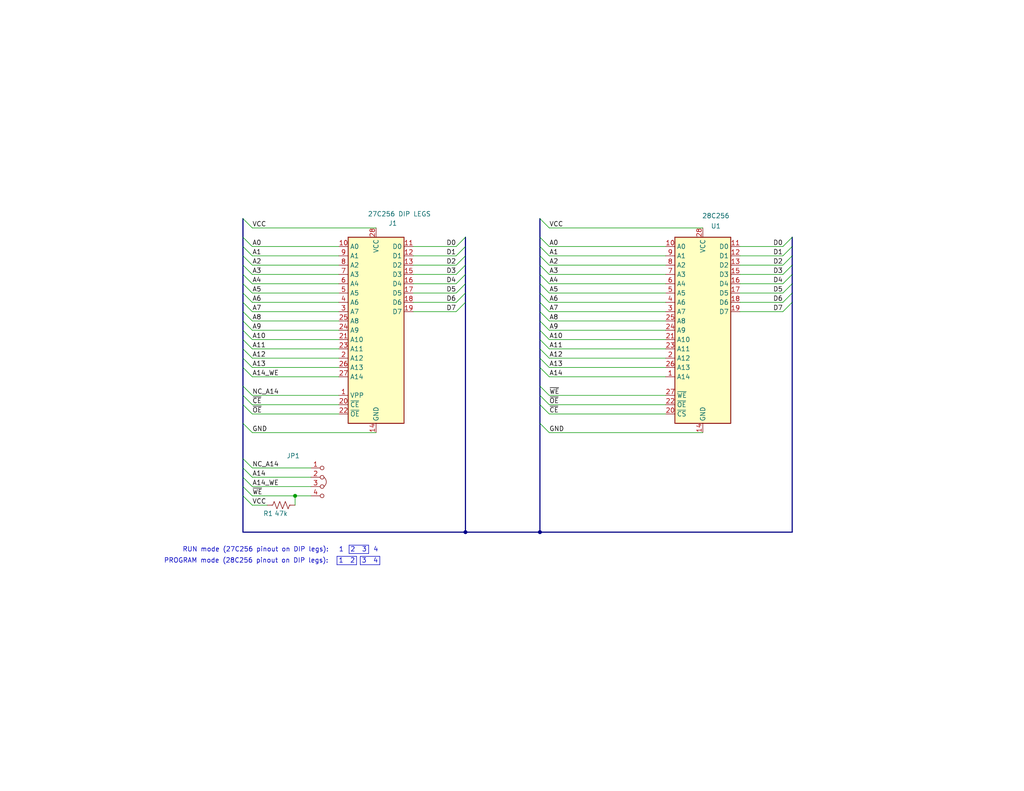
<source format=kicad_sch>
(kicad_sch (version 20211123) (generator eeschema)
  (paper "USLetter")
  (title_block (title "28C256 SOIC to 27C256 DIP") (date "2021-05-18") (rev "002") (company "Brian. K. White - b.kenyon.w@gmail.com"))
  (lib_symbols
    (symbol "000_LOCAL:27C256"
      (property "Reference" "U" (at -7.62 26.67 0))
      (property "Value" "27C256" (at 2.54 -26.67 0))
      (symbol "27C256_1_1"
        (rectangle (start -7.62 25.4) (end 7.62 -25.4) (stroke (width 0.254)) (fill (type background)))
        (pin power_in line (at -10.16 -17.78 0) (length 2.54) (name "VPP") (number "1"))
        (pin input line (at -10.16 22.86 0) (length 2.54) (name "A0") (number "10"))
        (pin tri_state line (at 10.16 22.86 180) (length 2.54) (name "D0") (number "11"))
        (pin tri_state line (at 10.16 20.32 180) (length 2.54) (name "D1") (number "12"))
        (pin tri_state line (at 10.16 17.78 180) (length 2.54) (name "D2") (number "13"))
        (pin power_in line (at 0 -27.94 90) (length 2.54) (name "GND") (number "14"))
        (pin tri_state line (at 10.16 15.24 180) (length 2.54) (name "D3") (number "15"))
        (pin tri_state line (at 10.16 12.7 180) (length 2.54) (name "D4") (number "16"))
        (pin tri_state line (at 10.16 10.16 180) (length 2.54) (name "D5") (number "17"))
        (pin tri_state line (at 10.16 7.62 180) (length 2.54) (name "D6") (number "18"))
        (pin tri_state line (at 10.16 5.08 180) (length 2.54) (name "D7") (number "19"))
        (pin input line (at -10.16 -7.62 0) (length 2.54) (name "A12") (number "2"))
        (pin input line (at -10.16 -20.32 0) (length 2.54) (name "~{CE}") (number "20"))
        (pin input line (at -10.16 -2.54 0) (length 2.54) (name "A10") (number "21"))
        (pin input line (at -10.16 -22.86 0) (length 2.54) (name "~{OE}") (number "22"))
        (pin input line (at -10.16 -5.08 0) (length 2.54) (name "A11") (number "23"))
        (pin input line (at -10.16 0 0) (length 2.54) (name "A9") (number "24"))
        (pin input line (at -10.16 2.54 0) (length 2.54) (name "A8") (number "25"))
        (pin input line (at -10.16 -10.16 0) (length 2.54) (name "A13") (number "26"))
        (pin input line (at -10.16 -12.7 0) (length 2.54) (name "A14") (number "27"))
        (pin power_in line (at 0 27.94 270) (length 2.54) (name "VCC") (number "28"))
        (pin input line (at -10.16 5.08 0) (length 2.54) (name "A7") (number "3"))
        (pin input line (at -10.16 7.62 0) (length 2.54) (name "A6") (number "4"))
        (pin input line (at -10.16 10.16 0) (length 2.54) (name "A5") (number "5"))
        (pin input line (at -10.16 12.7 0) (length 2.54) (name "A4") (number "6"))
        (pin input line (at -10.16 15.24 0) (length 2.54) (name "A3") (number "7"))
        (pin input line (at -10.16 17.78 0) (length 2.54) (name "A2") (number "8"))
        (pin input line (at -10.16 20.32 0) (length 2.54) (name "A1") (number "9"))
      )
    )
    (symbol "000_LOCAL:28C256"
      (property "Reference" "U" (at -7.62 26.67 0))
      (property "Value" "28C256" (at 2.54 -26.67 0))
      (symbol "28C256_1_1"
        (rectangle (start -7.62 25.4) (end 7.62 -25.4) (stroke (width 0.254)) (fill (type background)))
        (pin input line (at -10.16 -12.7 0) (length 2.54) (name "A14") (number "1"))
        (pin input line (at -10.16 22.86 0) (length 2.54) (name "A0") (number "10"))
        (pin tri_state line (at 10.16 22.86 180) (length 2.54) (name "D0") (number "11"))
        (pin tri_state line (at 10.16 20.32 180) (length 2.54) (name "D1") (number "12"))
        (pin tri_state line (at 10.16 17.78 180) (length 2.54) (name "D2") (number "13"))
        (pin power_in line (at 0 -27.94 90) (length 2.54) (name "GND") (number "14"))
        (pin tri_state line (at 10.16 15.24 180) (length 2.54) (name "D3") (number "15"))
        (pin tri_state line (at 10.16 12.7 180) (length 2.54) (name "D4") (number "16"))
        (pin tri_state line (at 10.16 10.16 180) (length 2.54) (name "D5") (number "17"))
        (pin tri_state line (at 10.16 7.62 180) (length 2.54) (name "D6") (number "18"))
        (pin tri_state line (at 10.16 5.08 180) (length 2.54) (name "D7") (number "19"))
        (pin input line (at -10.16 -7.62 0) (length 2.54) (name "A12") (number "2"))
        (pin input line (at -10.16 -22.86 0) (length 2.54) (name "~{CS}") (number "20"))
        (pin input line (at -10.16 -2.54 0) (length 2.54) (name "A10") (number "21"))
        (pin input line (at -10.16 -20.32 0) (length 2.54) (name "~{OE}") (number "22"))
        (pin input line (at -10.16 -5.08 0) (length 2.54) (name "A11") (number "23"))
        (pin input line (at -10.16 0 0) (length 2.54) (name "A9") (number "24"))
        (pin input line (at -10.16 2.54 0) (length 2.54) (name "A8") (number "25"))
        (pin input line (at -10.16 -10.16 0) (length 2.54) (name "A13") (number "26"))
        (pin input line (at -10.16 -17.78 0) (length 2.54) (name "~{WE}") (number "27"))
        (pin power_in line (at 0 27.94 270) (length 2.54) (name "VCC") (number "28"))
        (pin input line (at -10.16 5.08 0) (length 2.54) (name "A7") (number "3"))
        (pin input line (at -10.16 7.62 0) (length 2.54) (name "A6") (number "4"))
        (pin input line (at -10.16 10.16 0) (length 2.54) (name "A5") (number "5"))
        (pin input line (at -10.16 12.7 0) (length 2.54) (name "A4") (number "6"))
        (pin input line (at -10.16 15.24 0) (length 2.54) (name "A3") (number "7"))
        (pin input line (at -10.16 17.78 0) (length 2.54) (name "A2") (number "8"))
        (pin input line (at -10.16 20.32 0) (length 2.54) (name "A1") (number "9"))
      )
    )
    (symbol "000_LOCAL:Jumper_4_Bridged23" (pin_names (offset 0) hide)
      (property "Reference" "JP" (at 2.54 -3.81 0))
      (property "Value" "Jumper_4_Bridged23" (at 0 2.794 0))
      (symbol "Jumper_4_Bridged23_0_0"
        (circle (center -3.302 -7.62) (radius 0.508))
        (circle (center -3.302 -5.08) (radius 0.508))
        (circle (center -3.302 -2.54) (radius 0.508))
        (circle (center -3.302 0) (radius 0.508))
      )
      (symbol "Jumper_4_Bridged23_0_1"
        (arc (start -2.794 -5.08) (mid -2.1539 -3.81) (end -2.794 -2.54))
      )
      (symbol "Jumper_4_Bridged23_1_1"
        (pin passive line (at -6.35 0 0) (length 2.54) (name "A") (number "1"))
        (pin passive line (at -6.35 -2.54 0) (length 2.54) (name "B") (number "2"))
        (pin passive line (at -6.35 -5.08 0) (length 2.54) (name "C") (number "3"))
        (pin passive line (at -6.35 -7.62 0) (length 2.54) (name "D") (number "4"))
      )
    )
    (symbol "000_LOCAL:R_US" (pin_numbers hide) (pin_names (offset 0))
      (property "Reference" "R" (at 2.54 0 90))
      (property "Value" "R_US" (at -2.54 0 90))
      (symbol "R_US_0_1"
        (polyline (pts (xy 0 -2.286) (xy 0 -2.54)))
        (polyline (pts (xy 0 2.286) (xy 0 2.54)))
        (polyline (pts (xy 0 -0.762) (xy 1.016 -1.143) (xy 0 -1.524) (xy -1.016 -1.905) (xy 0 -2.286)))
        (polyline (pts (xy 0 0.762) (xy 1.016 0.381) (xy 0 0) (xy -1.016 -0.381) (xy 0 -0.762)))
        (polyline (pts (xy 0 2.286) (xy 1.016 1.905) (xy 0 1.524) (xy -1.016 1.143) (xy 0 0.762)))
      )
      (symbol "R_US_1_1"
        (pin passive line (at 0 3.81 270) (length 1.27) (name "~") (number "1"))
        (pin passive line (at 0 -3.81 90) (length 1.27) (name "~") (number "2"))
      )
    )
  )
  (junction (at 147.32 145.288))
  (junction (at 127 145.288))
  (junction (at 80.518 135.382))
  (bus_entry (at 213.614 67.31) (size 2.54 -2.54))
  (bus_entry (at 66.294 80.01) (size 2.54 2.54))
  (bus_entry (at 66.294 95.25) (size 2.54 2.54))
  (bus_entry (at 147.32 74.93) (size 2.54 2.54))
  (bus_entry (at 147.32 100.33) (size 2.54 2.54))
  (bus_entry (at 124.46 74.93) (size 2.54 -2.54))
  (bus_entry (at 66.294 110.49) (size 2.54 2.54))
  (bus_entry (at 66.294 105.41) (size 2.54 2.54))
  (bus_entry (at 147.32 85.09) (size 2.54 2.54))
  (bus_entry (at 66.294 97.79) (size 2.54 2.54))
  (bus_entry (at 147.32 92.71) (size 2.54 2.54))
  (bus_entry (at 66.294 77.47) (size 2.54 2.54))
  (bus_entry (at 147.32 64.77) (size 2.54 2.54))
  (bus_entry (at 66.294 72.39) (size 2.54 2.54))
  (bus_entry (at 147.32 69.85) (size 2.54 2.54))
  (bus_entry (at 213.614 77.47) (size 2.54 -2.54))
  (bus_entry (at 147.32 87.63) (size 2.54 2.54))
  (bus_entry (at 147.32 110.49) (size 2.54 2.54))
  (bus_entry (at 147.32 97.79) (size 2.54 2.54))
  (bus_entry (at 213.614 80.01) (size 2.54 -2.54))
  (bus_entry (at 147.32 107.95) (size 2.54 2.54))
  (bus_entry (at 147.32 72.39) (size 2.54 2.54))
  (bus_entry (at 66.294 125.222) (size 2.54 2.54))
  (bus_entry (at 66.294 135.382) (size 2.54 2.54))
  (bus_entry (at 147.32 115.57) (size 2.54 2.54))
  (bus_entry (at 147.32 90.17) (size 2.54 2.54))
  (bus_entry (at 66.294 87.63) (size 2.54 2.54))
  (bus_entry (at 147.32 82.55) (size 2.54 2.54))
  (bus_entry (at 66.294 90.17) (size 2.54 2.54))
  (bus_entry (at 124.46 77.47) (size 2.54 -2.54))
  (bus_entry (at 147.32 67.31) (size 2.54 2.54))
  (bus_entry (at 147.32 77.47) (size 2.54 2.54))
  (bus_entry (at 66.294 132.842) (size 2.54 2.54))
  (bus_entry (at 213.614 85.09) (size 2.54 -2.54))
  (bus_entry (at 66.294 85.09) (size 2.54 2.54))
  (bus_entry (at 66.294 67.31) (size 2.54 2.54))
  (bus_entry (at 66.294 115.57) (size 2.54 2.54))
  (bus_entry (at 66.294 92.71) (size 2.54 2.54))
  (bus_entry (at 66.294 59.69) (size 2.54 2.54))
  (bus_entry (at 66.294 130.302) (size 2.54 2.54))
  (bus_entry (at 66.294 100.33) (size 2.54 2.54))
  (bus_entry (at 147.32 105.41) (size 2.54 2.54))
  (bus_entry (at 66.294 64.77) (size 2.54 2.54))
  (bus_entry (at 124.46 80.01) (size 2.54 -2.54))
  (bus_entry (at 66.294 74.93) (size 2.54 2.54))
  (bus_entry (at 213.614 72.39) (size 2.54 -2.54))
  (bus_entry (at 66.294 82.55) (size 2.54 2.54))
  (bus_entry (at 213.614 69.85) (size 2.54 -2.54))
  (bus_entry (at 124.46 67.31) (size 2.54 -2.54))
  (bus_entry (at 66.294 127.762) (size 2.54 2.54))
  (bus_entry (at 147.32 59.69) (size 2.54 2.54))
  (bus_entry (at 147.32 95.25) (size 2.54 2.54))
  (bus_entry (at 124.46 69.85) (size 2.54 -2.54))
  (bus_entry (at 66.294 107.95) (size 2.54 2.54))
  (bus_entry (at 124.46 82.55) (size 2.54 -2.54))
  (bus_entry (at 147.32 80.01) (size 2.54 2.54))
  (bus_entry (at 124.46 72.39) (size 2.54 -2.54))
  (bus_entry (at 66.294 69.85) (size 2.54 2.54))
  (bus_entry (at 213.614 74.93) (size 2.54 -2.54))
  (bus_entry (at 124.46 85.09) (size 2.54 -2.54))
  (bus_entry (at 213.614 82.55) (size 2.54 -2.54))
  (wire (pts (xy 201.93 72.39) (xy 213.614 72.39)))
  (bus (pts (xy 216.154 77.47) (xy 216.154 80.01)))
  (polyline (pts (xy 103.632 154.178) (xy 103.632 151.892)) (stroke (width 0) (type solid)))
  (bus (pts (xy 66.294 82.55) (xy 66.294 85.09)))
  (bus (pts (xy 127 82.55) (xy 127 145.288)))
  (wire (pts (xy 112.776 72.39) (xy 124.46 72.39)))
  (wire (pts (xy 149.86 97.79) (xy 181.61 97.79)))
  (wire (pts (xy 102.616 62.23) (xy 68.834 62.23)))
  (wire (pts (xy 112.776 67.31) (xy 124.46 67.31)))
  (bus (pts (xy 216.154 82.55) (xy 216.154 145.288)))
  (wire (pts (xy 201.93 80.01) (xy 213.614 80.01)))
  (wire (pts (xy 149.86 74.93) (xy 181.61 74.93)))
  (bus (pts (xy 147.32 90.17) (xy 147.32 92.71)))
  (bus (pts (xy 66.294 97.79) (xy 66.294 100.33)))
  (wire (pts (xy 92.456 102.87) (xy 68.834 102.87)))
  (wire (pts (xy 149.86 113.03) (xy 181.61 113.03)))
  (bus (pts (xy 216.154 64.77) (xy 216.154 67.31)))
  (polyline (pts (xy 95.25 151.13) (xy 95.25 148.844)) (stroke (width 0) (type solid)))
  (bus (pts (xy 147.32 74.93) (xy 147.32 77.47)))
  (bus (pts (xy 66.294 135.382) (xy 66.294 145.288)))
  (wire (pts (xy 92.456 67.31) (xy 68.834 67.31)))
  (bus (pts (xy 66.294 132.842) (xy 66.294 135.382)))
  (bus (pts (xy 66.294 100.33) (xy 66.294 105.41)))
  (polyline (pts (xy 100.584 148.844) (xy 100.584 151.13)) (stroke (width 0) (type solid)))
  (wire (pts (xy 92.456 82.55) (xy 68.834 82.55)))
  (polyline (pts (xy 98.298 154.178) (xy 103.632 154.178)) (stroke (width 0) (type solid)))
  (wire (pts (xy 112.776 82.55) (xy 124.46 82.55)))
  (bus (pts (xy 147.32 85.09) (xy 147.32 87.63)))
  (bus (pts (xy 147.32 80.01) (xy 147.32 82.55)))
  (wire (pts (xy 92.456 85.09) (xy 68.834 85.09)))
  (wire (pts (xy 92.456 87.63) (xy 68.834 87.63)))
  (bus (pts (xy 66.294 72.39) (xy 66.294 74.93)))
  (bus (pts (xy 147.32 67.31) (xy 147.32 69.85)))
  (wire (pts (xy 149.86 69.85) (xy 181.61 69.85)))
  (wire (pts (xy 201.93 85.09) (xy 213.614 85.09)))
  (wire (pts (xy 149.86 107.95) (xy 181.61 107.95)))
  (wire (pts (xy 149.86 82.55) (xy 181.61 82.55)))
  (wire (pts (xy 201.93 74.93) (xy 213.614 74.93)))
  (wire (pts (xy 68.834 127.762) (xy 84.836 127.762)))
  (wire (pts (xy 92.456 95.25) (xy 68.834 95.25)))
  (bus (pts (xy 147.32 145.288) (xy 127 145.288)))
  (bus (pts (xy 147.32 92.71) (xy 147.32 95.25)))
  (wire (pts (xy 112.776 74.93) (xy 124.46 74.93)))
  (wire (pts (xy 92.456 72.39) (xy 68.834 72.39)))
  (polyline (pts (xy 100.584 151.13) (xy 95.25 151.13)) (stroke (width 0) (type solid)))
  (bus (pts (xy 147.32 100.33) (xy 147.32 105.41)))
  (bus (pts (xy 66.294 69.85) (xy 66.294 72.39)))
  (wire (pts (xy 68.834 130.302) (xy 84.836 130.302)))
  (bus (pts (xy 66.294 80.01) (xy 66.294 82.55)))
  (wire (pts (xy 92.456 80.01) (xy 68.834 80.01)))
  (wire (pts (xy 92.456 97.79) (xy 68.834 97.79)))
  (bus (pts (xy 216.154 145.288) (xy 147.32 145.288)))
  (polyline (pts (xy 95.25 148.844) (xy 100.584 148.844)) (stroke (width 0) (type solid)))
  (bus (pts (xy 66.294 130.302) (xy 66.294 132.842)))
  (bus (pts (xy 147.32 110.49) (xy 147.32 115.57)))
  (bus (pts (xy 147.32 82.55) (xy 147.32 85.09)))
  (bus (pts (xy 66.294 127.762) (xy 66.294 130.302)))
  (bus (pts (xy 66.294 90.17) (xy 66.294 92.71)))
  (bus (pts (xy 66.294 115.57) (xy 66.294 125.222)))
  (bus (pts (xy 66.294 92.71) (xy 66.294 95.25)))
  (wire (pts (xy 92.456 113.03) (xy 68.834 113.03)))
  (bus (pts (xy 66.294 110.49) (xy 66.294 115.57)))
  (bus (pts (xy 147.32 97.79) (xy 147.32 100.33)))
  (wire (pts (xy 80.518 135.382) (xy 84.836 135.382)))
  (bus (pts (xy 147.32 77.47) (xy 147.32 80.01)))
  (wire (pts (xy 201.93 67.31) (xy 213.614 67.31)))
  (wire (pts (xy 149.86 85.09) (xy 181.61 85.09)))
  (bus (pts (xy 216.154 69.85) (xy 216.154 72.39)))
  (bus (pts (xy 216.154 67.31) (xy 216.154 69.85)))
  (bus (pts (xy 216.154 80.01) (xy 216.154 82.55)))
  (wire (pts (xy 149.86 110.49) (xy 181.61 110.49)))
  (bus (pts (xy 147.32 69.85) (xy 147.32 72.39)))
  (wire (pts (xy 201.93 82.55) (xy 213.614 82.55)))
  (polyline (pts (xy 97.282 154.178) (xy 97.282 151.892)) (stroke (width 0) (type solid)))
  (bus (pts (xy 66.294 105.41) (xy 66.294 107.95)))
  (wire (pts (xy 149.86 72.39) (xy 181.61 72.39)))
  (wire (pts (xy 68.834 137.922) (xy 72.898 137.922)))
  (wire (pts (xy 149.86 95.25) (xy 181.61 95.25)))
  (bus (pts (xy 147.32 115.57) (xy 147.32 145.288)))
  (polyline (pts (xy 91.948 151.892) (xy 91.948 154.178)) (stroke (width 0) (type solid)))
  (wire (pts (xy 92.456 90.17) (xy 68.834 90.17)))
  (wire (pts (xy 149.86 87.63) (xy 181.61 87.63)))
  (wire (pts (xy 80.518 135.382) (xy 80.518 137.922)))
  (bus (pts (xy 127 74.93) (xy 127 77.47)))
  (wire (pts (xy 102.616 118.11) (xy 68.834 118.11)))
  (bus (pts (xy 66.294 85.09) (xy 66.294 87.63)))
  (wire (pts (xy 201.93 69.85) (xy 213.614 69.85)))
  (wire (pts (xy 149.86 92.71) (xy 181.61 92.71)))
  (wire (pts (xy 191.77 62.23) (xy 149.86 62.23)))
  (polyline (pts (xy 97.282 151.892) (xy 91.948 151.892)) (stroke (width 0) (type solid)))
  (wire (pts (xy 92.456 100.33) (xy 68.834 100.33)))
  (wire (pts (xy 201.93 77.47) (xy 213.614 77.47)))
  (bus (pts (xy 147.32 87.63) (xy 147.32 90.17)))
  (wire (pts (xy 149.86 80.01) (xy 181.61 80.01)))
  (bus (pts (xy 127 69.85) (xy 127 72.39)))
  (bus (pts (xy 66.294 107.95) (xy 66.294 110.49)))
  (bus (pts (xy 216.154 72.39) (xy 216.154 74.93)))
  (wire (pts (xy 112.776 69.85) (xy 124.46 69.85)))
  (wire (pts (xy 92.456 74.93) (xy 68.834 74.93)))
  (wire (pts (xy 149.86 102.87) (xy 181.61 102.87)))
  (bus (pts (xy 66.294 74.93) (xy 66.294 77.47)))
  (wire (pts (xy 149.86 100.33) (xy 181.61 100.33)))
  (wire (pts (xy 80.518 135.382) (xy 68.834 135.382)))
  (wire (pts (xy 68.834 132.842) (xy 84.836 132.842)))
  (bus (pts (xy 216.154 74.93) (xy 216.154 77.47)))
  (wire (pts (xy 149.86 67.31) (xy 181.61 67.31)))
  (bus (pts (xy 66.294 87.63) (xy 66.294 90.17)))
  (wire (pts (xy 92.456 92.71) (xy 68.834 92.71)))
  (polyline (pts (xy 98.298 151.892) (xy 98.298 154.178)) (stroke (width 0) (type solid)))
  (wire (pts (xy 92.456 77.47) (xy 68.834 77.47)))
  (bus (pts (xy 147.32 105.41) (xy 147.32 107.95)))
  (wire (pts (xy 112.776 80.01) (xy 124.46 80.01)))
  (bus (pts (xy 66.294 59.69) (xy 66.294 64.77)))
  (bus (pts (xy 127 67.31) (xy 127 69.85)))
  (wire (pts (xy 149.86 90.17) (xy 181.61 90.17)))
  (bus (pts (xy 147.32 95.25) (xy 147.32 97.79)))
  (wire (pts (xy 92.456 110.49) (xy 68.834 110.49)))
  (bus (pts (xy 147.32 59.69) (xy 147.32 64.77)))
  (bus (pts (xy 127 145.288) (xy 66.294 145.288)))
  (bus (pts (xy 127 64.77) (xy 127 67.31)))
  (bus (pts (xy 147.32 72.39) (xy 147.32 74.93)))
  (bus (pts (xy 66.294 95.25) (xy 66.294 97.79)))
  (bus (pts (xy 127 80.01) (xy 127 82.55)))
  (polyline (pts (xy 91.948 154.178) (xy 97.282 154.178)) (stroke (width 0) (type solid)))
  (wire (pts (xy 112.776 85.09) (xy 124.46 85.09)))
  (wire (pts (xy 112.776 77.47) (xy 124.46 77.47)))
  (bus (pts (xy 66.294 64.77) (xy 66.294 67.31)))
  (bus (pts (xy 127 72.39) (xy 127 74.93)))
  (bus (pts (xy 147.32 64.77) (xy 147.32 67.31)))
  (wire (pts (xy 92.456 69.85) (xy 68.834 69.85)))
  (bus (pts (xy 127 77.47) (xy 127 80.01)))
  (wire (pts (xy 68.834 107.95) (xy 92.456 107.95)))
  (polyline (pts (xy 103.632 151.892) (xy 98.298 151.892)) (stroke (width 0) (type solid)))
  (wire (pts (xy 191.77 118.11) (xy 149.86 118.11)))
  (wire (pts (xy 149.86 77.47) (xy 181.61 77.47)))
  (bus (pts (xy 147.32 107.95) (xy 147.32 110.49)))
  (bus (pts (xy 66.294 77.47) (xy 66.294 80.01)))
  (bus (pts (xy 66.294 125.222) (xy 66.294 127.762)))
  (bus (pts (xy 66.294 67.31) (xy 66.294 69.85)))
  (text "RUN mode (27C256 pinout on DIP legs):   1  2  3  4" (at 49.784 150.876 0) (effects (font (size 1.27 1.27)) (justify left bottom)))
  (text "PROGRAM mode (28C256 pinout on DIP legs):   1  2  3  4" (at 44.704 153.924 0) (effects (font (size 1.27 1.27)) (justify left bottom)))
  (label "D0" (at 213.614 67.31 180))
  (label "A10" (at 68.834 92.71 0))
  (label "D7" (at 213.614 85.09 180))
  (label "GND" (at 149.86 118.11 0))
  (label "D6" (at 124.46 82.55 180))
  (label "VCC" (at 68.834 137.922 0))
  (label "A1" (at 149.86 69.85 0))
  (label "A5" (at 149.86 80.01 0))
  (label "D5" (at 124.46 80.01 180))
  (label "NC_A14" (at 68.834 127.762 0))
  (label "~{OE}" (at 149.86 110.49 0))
  (label "A8" (at 68.834 87.63 0))
  (label "D2" (at 213.614 72.39 180))
  (label "A13" (at 68.834 100.33 0))
  (label "A3" (at 68.834 74.93 0))
  (label "D4" (at 213.614 77.47 180))
  (label "~{WE}" (at 68.834 135.382 0))
  (label "A1" (at 68.834 69.85 0))
  (label "VCC" (at 68.834 62.23 0))
  (label "~{WE}" (at 149.86 107.95 0))
  (label "A9" (at 149.86 90.17 0))
  (label "D1" (at 213.614 69.85 180))
  (label "A2" (at 149.86 72.39 0))
  (label "A10" (at 149.86 92.71 0))
  (label "A14_WE" (at 68.834 132.842 0))
  (label "D2" (at 124.46 72.39 180))
  (label "A11" (at 149.86 95.25 0))
  (label "A14" (at 149.86 102.87 0))
  (label "NC_A14" (at 68.834 107.95 0))
  (label "A0" (at 149.86 67.31 0))
  (label "A5" (at 68.834 80.01 0))
  (label "A9" (at 68.834 90.17 0))
  (label "D7" (at 124.46 85.09 180))
  (label "A7" (at 149.86 85.09 0))
  (label "A11" (at 68.834 95.25 0))
  (label "A3" (at 149.86 74.93 0))
  (label "A6" (at 68.834 82.55 0))
  (label "GND" (at 68.834 118.11 0))
  (label "~{CE}" (at 68.834 110.49 0))
  (label "A0" (at 68.834 67.31 0))
  (label "A6" (at 149.86 82.55 0))
  (label "A4" (at 149.86 77.47 0))
  (label "D5" (at 213.614 80.01 180))
  (label "D0" (at 124.46 67.31 180))
  (label "A12" (at 68.834 97.79 0))
  (label "D1" (at 124.46 69.85 180))
  (label "A4" (at 68.834 77.47 0))
  (label "VCC" (at 149.86 62.23 0))
  (label "D3" (at 124.46 74.93 180))
  (label "D6" (at 213.614 82.55 180))
  (label "A14_WE" (at 68.834 102.87 0))
  (label "A7" (at 68.834 85.09 0))
  (label "~{OE}" (at 68.834 113.03 0))
  (label "A13" (at 149.86 100.33 0))
  (label "A8" (at 149.86 87.63 0))
  (label "A14" (at 68.834 130.302 0))
  (label "~{CE}" (at 149.86 113.03 0))
  (label "A2" (at 68.834 72.39 0))
  (label "A12" (at 149.86 97.79 0))
  (label "D4" (at 124.46 77.47 180))
  (label "D3" (at 213.614 74.93 180))
  (symbol (lib_id "000_LOCAL:28C256") (at 191.77 90.17 0) (unit 1)
    (property "Reference" "U1" (at 195.326 61.722 0))
    (property "Value" "28C256" (at 195.326 58.928 0))
    (property "Footprint" "000_LOCAL:SOIC28W" (effects hide))
    (property "Datasheet" "http://ww1.microchip.com/downloads/en/DeviceDoc/doc0006.pdf" (effects hide))
  )
  (symbol (lib_id "000_LOCAL:27C256") (at 102.616 90.17 0) (unit 1)
    (property "Reference" "J1" (at 107.188 60.96 0))
    (property "Value" "27C256 DIP LEGS" (at 108.966 58.42 0))
    (property "Footprint" "000_LOCAL:DIP28_0.6_pcb_sil_pins" (effects hide))
    (property "Datasheet" "http://ww1.microchip.com/downloads/en/DeviceDoc/doc0014.pdf" (effects hide))
  )
  (symbol (lib_id "000_LOCAL:R_US") (at 76.708 137.922 270) (unit 1)
    (property "Reference" "R1" (at 73.152 140.208 90))
    (property "Value" "47k" (at 76.708 140.208 90))
    (property "Footprint" "000_LOCAL:R_0805" (effects hide))
  )
  (symbol (lib_id "000_LOCAL:Jumper_4_Bridged23") (at 91.186 127.762 0) (unit 1)
    (property "Reference" "JP1" (at 80.01 124.46 0))
    (property "Value" "Jumper_3_Bridged12" (effects hide))
    (property "Footprint" "000_LOCAL:Pin_Header_Angled_1x04_Pitch2.54mm" (effects hide))
  )
)
</source>
